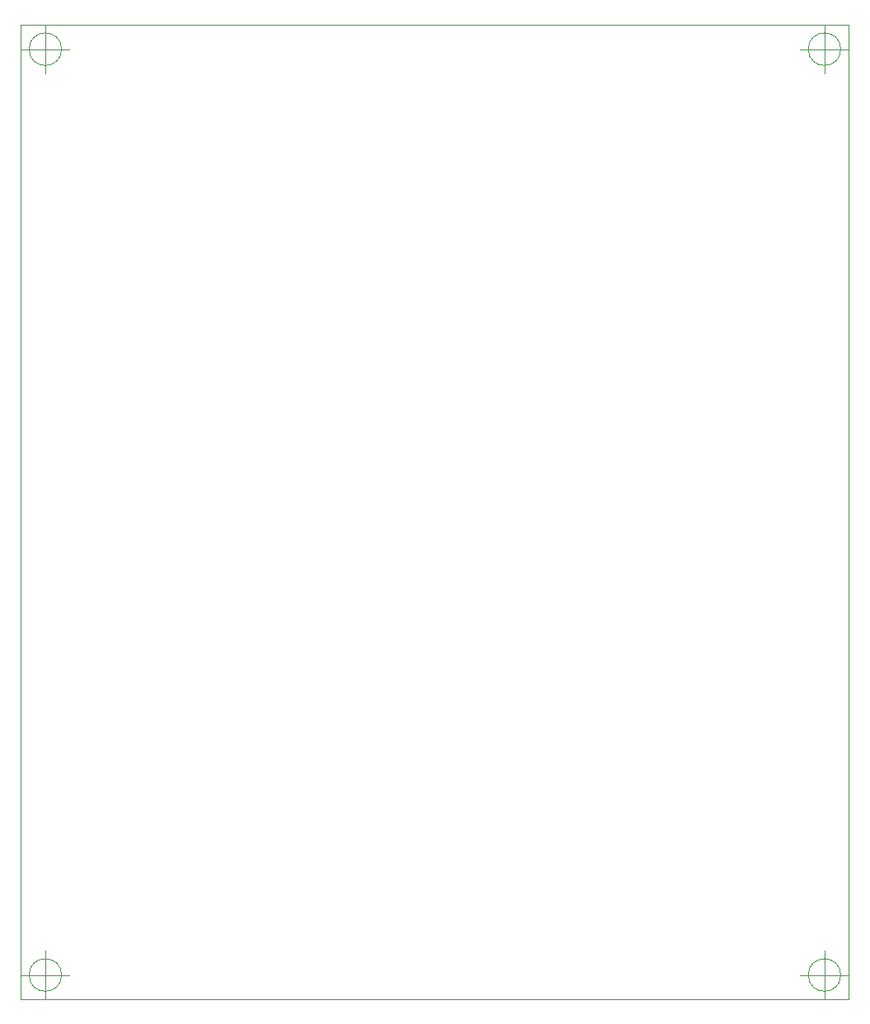
<source format=gbr>
G04 #@! TF.GenerationSoftware,KiCad,Pcbnew,(5.1.5)-3*
G04 #@! TF.CreationDate,2020-02-13T11:13:53+01:00*
G04 #@! TF.ProjectId,Studienarbeit,53747564-6965-46e6-9172-626569742e6b,rev?*
G04 #@! TF.SameCoordinates,Original*
G04 #@! TF.FileFunction,Profile,NP*
%FSLAX46Y46*%
G04 Gerber Fmt 4.6, Leading zero omitted, Abs format (unit mm)*
G04 Created by KiCad (PCBNEW (5.1.5)-3) date 2020-02-13 11:13:53*
%MOMM*%
%LPD*%
G04 APERTURE LIST*
%ADD10C,0.050000*%
G04 APERTURE END LIST*
D10*
X149166666Y-131500000D02*
G75*
G03X149166666Y-131500000I-1666666J0D01*
G01*
X145000000Y-131500000D02*
X150000000Y-131500000D01*
X147500000Y-129000000D02*
X147500000Y-134000000D01*
X229166666Y-36500000D02*
G75*
G03X229166666Y-36500000I-1666666J0D01*
G01*
X225000000Y-36500000D02*
X230000000Y-36500000D01*
X227500000Y-34000000D02*
X227500000Y-39000000D01*
X145000000Y-34000000D02*
X145000000Y-134000000D01*
X149166666Y-36500000D02*
G75*
G03X149166666Y-36500000I-1666666J0D01*
G01*
X145000000Y-36500000D02*
X150000000Y-36500000D01*
X147500000Y-34000000D02*
X147500000Y-39000000D01*
X229166666Y-131500000D02*
G75*
G03X229166666Y-131500000I-1666666J0D01*
G01*
X225000000Y-131500000D02*
X230000000Y-131500000D01*
X227500000Y-129000000D02*
X227500000Y-134000000D01*
X230000000Y-34000000D02*
X145000000Y-34000000D01*
X230000000Y-134000000D02*
X145000000Y-134000000D01*
X230000000Y-34000000D02*
X230000000Y-134000000D01*
M02*

</source>
